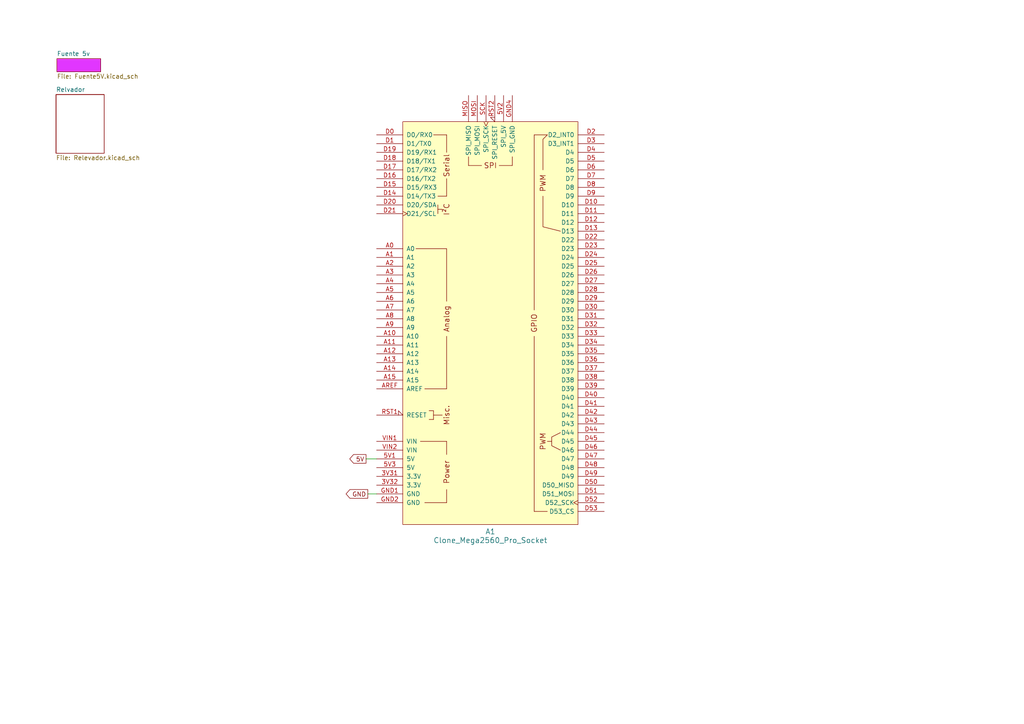
<source format=kicad_sch>
(kicad_sch (version 20230121) (generator eeschema)
  (paper "A4")
  (lib_symbols
    (symbol "arduino-library:Clone_Mega2560_Pro_Socket" (pin_names (offset 1.016))
      (property "Reference" "A" (at 0 -62.23 0))
      (property "Value" "Clone_Mega2560_Pro_Socket" (at 0 -66.04 0))
      (symbol "Clone_Mega2560_Pro_Socket_0_0"
        (rectangle (start -25.4 -58.42) (end 25.4 58.42) (fill (type background)))
        (rectangle (start -20.32 -34.29) (end -12.7 -34.29))
        (rectangle (start -19.05 -52.07) (end -12.7 -52.07))
        (rectangle (start -19.05 -19.05) (end -12.7 -19.05))
        (rectangle (start -17.78 -27.94) (end -16.51 -27.94))
        (rectangle (start -17.78 -25.4) (end -16.51 -25.4))
        (rectangle (start -16.51 -26.67) (end -13.97 -26.67))
        (rectangle (start -16.51 -25.4) (end -16.51 -27.94))
        (rectangle (start -16.51 54.61) (end -12.7 54.61))
        (rectangle (start -15.24 33.02) (end -13.97 33.02))
        (rectangle (start -15.24 34.29) (end -15.24 31.75))
        (rectangle (start -15.24 36.83) (end -12.7 36.83))
        (rectangle (start -12.7 -48.26) (end -12.7 -52.07))
        (rectangle (start -12.7 -34.29) (end -12.7 -38.1))
        (rectangle (start -12.7 41.91) (end -12.7 36.83))
        (rectangle (start -12.7 49.53) (end -12.7 54.61))
        (rectangle (start -6.35 48.26) (end -6.35 45.72))
        (rectangle (start -2.54 45.72) (end -6.35 45.72))
        (polyline (pts (xy -21.59 21.59) (xy -12.7 21.59)))
        (polyline (pts (xy -12.7 -19.05) (xy -12.7 -3.81)))
        (polyline (pts (xy -12.7 6.35) (xy -12.7 21.59)))
        (polyline (pts (xy 12.7 -54.61) (xy 16.51 -54.61)))
        (polyline (pts (xy 12.7 54.61) (xy 16.51 54.61)))
        (polyline (pts (xy 17.78 -34.29) (xy 16.51 -34.29)))
        (polyline (pts (xy 15.24 36.83) (xy 15.24 27.94) (xy 20.32 26.67)))
        (polyline (pts (xy 15.24 44.45) (xy 15.24 53.34) (xy 16.51 54.61)))
        (polyline (pts (xy 20.32 -31.75) (xy 17.78 -33.02) (xy 17.78 -35.56) (xy 20.32 -36.83)))
        (rectangle (start 6.35 45.72) (end 2.54 45.72))
        (rectangle (start 6.35 48.26) (end 6.35 45.72))
        (text "Analog" (at -12.7 1.27 900) (effects (font (size 1.524 1.524))))
        (text "I²C" (at -12.7 33.02 900) (effects (font (size 1.524 1.524))))
        (text "Misc." (at -12.7 -26.67 900) (effects (font (size 1.524 1.524))))
        (text "Power" (at -12.7 -43.18 900) (effects (font (size 1.524 1.524))))
        (text "PWM" (at 15.24 -34.29 900) (effects (font (size 1.524 1.524))))
        (text "PWM" (at 15.24 40.64 900) (effects (font (size 1.524 1.524))))
        (text "Serial" (at -12.7 45.72 900) (effects (font (size 1.524 1.524))))
        (text "SPI" (at 0 45.72 0) (effects (font (size 1.524 1.524))))
      )
      (symbol "Clone_Mega2560_Pro_Socket_1_0"
        (rectangle (start 12.7 -54.61) (end 12.7 -3.81))
        (rectangle (start 12.7 54.61) (end 12.7 3.81))
        (text "GPIO" (at 12.7 0 900) (effects (font (size 1.524 1.524))))
      )
      (symbol "Clone_Mega2560_Pro_Socket_1_1"
        (pin power_out line (at -33.02 -44.45 0) (length 7.62) (name "3.3V") (number "3V31"))
        (pin power_out line (at -33.02 -46.99 0) (length 7.62) (name "3.3V") (number "3V32"))
        (pin power_in line (at -33.02 -39.37 0) (length 7.62) (name "5V") (number "5V1"))
        (pin power_in line (at 3.81 66.04 270) (length 7.62) (name "SPI_5V") (number "5V2"))
        (pin power_in line (at -33.02 -41.91 0) (length 7.62) (name "5V") (number "5V3"))
        (pin bidirectional line (at -33.02 21.59 0) (length 7.62) (name "A0") (number "A0"))
        (pin bidirectional line (at -33.02 19.05 0) (length 7.62) (name "A1") (number "A1"))
        (pin bidirectional line (at -33.02 -3.81 0) (length 7.62) (name "A10") (number "A10"))
        (pin bidirectional line (at -33.02 -6.35 0) (length 7.62) (name "A11") (number "A11"))
        (pin bidirectional line (at -33.02 -8.89 0) (length 7.62) (name "A12") (number "A12"))
        (pin bidirectional line (at -33.02 -11.43 0) (length 7.62) (name "A13") (number "A13"))
        (pin bidirectional line (at -33.02 -13.97 0) (length 7.62) (name "A14") (number "A14"))
        (pin bidirectional line (at -33.02 -16.51 0) (length 7.62) (name "A15") (number "A15"))
        (pin bidirectional line (at -33.02 16.51 0) (length 7.62) (name "A2") (number "A2"))
        (pin bidirectional line (at -33.02 13.97 0) (length 7.62) (name "A3") (number "A3"))
        (pin bidirectional line (at -33.02 11.43 0) (length 7.62) (name "A4") (number "A4"))
        (pin bidirectional line (at -33.02 8.89 0) (length 7.62) (name "A5") (number "A5"))
        (pin bidirectional line (at -33.02 6.35 0) (length 7.62) (name "A6") (number "A6"))
        (pin bidirectional line (at -33.02 3.81 0) (length 7.62) (name "A7") (number "A7"))
        (pin bidirectional line (at -33.02 1.27 0) (length 7.62) (name "A8") (number "A8"))
        (pin bidirectional line (at -33.02 -1.27 0) (length 7.62) (name "A9") (number "A9"))
        (pin input line (at -33.02 -19.05 0) (length 7.62) (name "AREF") (number "AREF"))
        (pin bidirectional line (at -33.02 54.61 0) (length 7.62) (name "D0/RX0") (number "D0"))
        (pin bidirectional line (at -33.02 52.07 0) (length 7.62) (name "D1/TX0") (number "D1"))
        (pin bidirectional line (at 33.02 34.29 180) (length 7.62) (name "D10") (number "D10"))
        (pin bidirectional line (at 33.02 31.75 180) (length 7.62) (name "D11") (number "D11"))
        (pin bidirectional line (at 33.02 29.21 180) (length 7.62) (name "D12") (number "D12"))
        (pin bidirectional line (at 33.02 26.67 180) (length 7.62) (name "D13") (number "D13"))
        (pin bidirectional line (at -33.02 36.83 0) (length 7.62) (name "D14/TX3") (number "D14"))
        (pin bidirectional line (at -33.02 39.37 0) (length 7.62) (name "D15/RX3") (number "D15"))
        (pin bidirectional line (at -33.02 41.91 0) (length 7.62) (name "D16/TX2") (number "D16"))
        (pin bidirectional line (at -33.02 44.45 0) (length 7.62) (name "D17/RX2") (number "D17"))
        (pin bidirectional line (at -33.02 46.99 0) (length 7.62) (name "D18/TX1") (number "D18"))
        (pin bidirectional line (at -33.02 49.53 0) (length 7.62) (name "D19/RX1") (number "D19"))
        (pin bidirectional line (at 33.02 54.61 180) (length 7.62) (name "D2_INT0") (number "D2"))
        (pin bidirectional line (at -33.02 34.29 0) (length 7.62) (name "D20/SDA") (number "D20"))
        (pin bidirectional clock (at -33.02 31.75 0) (length 7.62) (name "D21/SCL") (number "D21"))
        (pin bidirectional line (at 33.02 24.13 180) (length 7.62) (name "D22") (number "D22"))
        (pin bidirectional line (at 33.02 21.59 180) (length 7.62) (name "D23") (number "D23"))
        (pin bidirectional line (at 33.02 19.05 180) (length 7.62) (name "D24") (number "D24"))
        (pin bidirectional line (at 33.02 16.51 180) (length 7.62) (name "D25") (number "D25"))
        (pin bidirectional line (at 33.02 13.97 180) (length 7.62) (name "D26") (number "D26"))
        (pin bidirectional line (at 33.02 11.43 180) (length 7.62) (name "D27") (number "D27"))
        (pin bidirectional line (at 33.02 8.89 180) (length 7.62) (name "D28") (number "D28"))
        (pin bidirectional line (at 33.02 6.35 180) (length 7.62) (name "D29") (number "D29"))
        (pin bidirectional line (at 33.02 52.07 180) (length 7.62) (name "D3_INT1") (number "D3"))
        (pin bidirectional line (at 33.02 3.81 180) (length 7.62) (name "D30") (number "D30"))
        (pin bidirectional line (at 33.02 1.27 180) (length 7.62) (name "D31") (number "D31"))
        (pin bidirectional line (at 33.02 -1.27 180) (length 7.62) (name "D32") (number "D32"))
        (pin bidirectional line (at 33.02 -3.81 180) (length 7.62) (name "D33") (number "D33"))
        (pin bidirectional line (at 33.02 -6.35 180) (length 7.62) (name "D34") (number "D34"))
        (pin bidirectional line (at 33.02 -8.89 180) (length 7.62) (name "D35") (number "D35"))
        (pin bidirectional line (at 33.02 -11.43 180) (length 7.62) (name "D36") (number "D36"))
        (pin bidirectional line (at 33.02 -13.97 180) (length 7.62) (name "D37") (number "D37"))
        (pin bidirectional line (at 33.02 -16.51 180) (length 7.62) (name "D38") (number "D38"))
        (pin bidirectional line (at 33.02 -19.05 180) (length 7.62) (name "D39") (number "D39"))
        (pin bidirectional line (at 33.02 49.53 180) (length 7.62) (name "D4") (number "D4"))
        (pin bidirectional line (at 33.02 -21.59 180) (length 7.62) (name "D40") (number "D40"))
        (pin bidirectional line (at 33.02 -24.13 180) (length 7.62) (name "D41") (number "D41"))
        (pin bidirectional line (at 33.02 -26.67 180) (length 7.62) (name "D42") (number "D42"))
        (pin bidirectional line (at 33.02 -29.21 180) (length 7.62) (name "D43") (number "D43"))
        (pin bidirectional line (at 33.02 -31.75 180) (length 7.62) (name "D44") (number "D44"))
        (pin bidirectional line (at 33.02 -34.29 180) (length 7.62) (name "D45") (number "D45"))
        (pin bidirectional line (at 33.02 -36.83 180) (length 7.62) (name "D46") (number "D46"))
        (pin bidirectional line (at 33.02 -39.37 180) (length 7.62) (name "D47") (number "D47"))
        (pin bidirectional line (at 33.02 -41.91 180) (length 7.62) (name "D48") (number "D48"))
        (pin bidirectional line (at 33.02 -44.45 180) (length 7.62) (name "D49") (number "D49"))
        (pin bidirectional line (at 33.02 46.99 180) (length 7.62) (name "D5") (number "D5"))
        (pin bidirectional line (at 33.02 -46.99 180) (length 7.62) (name "D50_MISO") (number "D50"))
        (pin bidirectional line (at 33.02 -49.53 180) (length 7.62) (name "D51_MOSI") (number "D51"))
        (pin bidirectional clock (at 33.02 -52.07 180) (length 7.62) (name "D52_SCK") (number "D52"))
        (pin bidirectional line (at 33.02 -54.61 180) (length 7.62) (name "D53_CS") (number "D53"))
        (pin bidirectional line (at 33.02 44.45 180) (length 7.62) (name "D6") (number "D6"))
        (pin bidirectional line (at 33.02 41.91 180) (length 7.62) (name "D7") (number "D7"))
        (pin bidirectional line (at 33.02 39.37 180) (length 7.62) (name "D8") (number "D8"))
        (pin bidirectional line (at 33.02 36.83 180) (length 7.62) (name "D9") (number "D9"))
        (pin power_in line (at -33.02 -49.53 0) (length 7.62) (name "GND") (number "GND1"))
        (pin power_in line (at -33.02 -52.07 0) (length 7.62) (name "GND") (number "GND2"))
        (pin power_in line (at 6.35 66.04 270) (length 7.62) (name "SPI_GND") (number "GND4"))
        (pin input line (at -6.35 66.04 270) (length 7.62) (name "SPI_MISO") (number "MISO"))
        (pin output line (at -3.81 66.04 270) (length 7.62) (name "SPI_MOSI") (number "MOSI"))
        (pin open_collector input_low (at -33.02 -26.67 0) (length 7.62) (name "RESET") (number "RST1"))
        (pin open_collector input_low (at 1.27 66.04 270) (length 7.62) (name "SPI_RESET") (number "RST2"))
        (pin output clock (at -1.27 66.04 270) (length 7.62) (name "SPI_SCK") (number "SCK"))
        (pin power_in line (at -33.02 -34.29 0) (length 7.62) (name "VIN") (number "VIN1"))
        (pin power_in line (at -33.02 -36.83 0) (length 7.62) (name "VIN") (number "VIN2"))
      )
    )
  )
  (wire (pts (xy 106.172 133.096) (xy 109.22 133.096)))
  (wire (pts (xy 106.68 143.256) (xy 109.22 143.256)))
  (global_label "5V" (shape output) (at 106.172 133.096 180) (property "Intersheetrefs" "${INTERSHEET_REFS}" (effects hide)))
  (global_label "GND" (shape output) (at 106.68 143.256 180) (property "Intersheetrefs" "${INTERSHEET_REFS}" (effects hide)))
  (symbol (lib_id "arduino-library:Clone_Mega2560_Pro_Socket") (at 142.24 93.726 0) (unit 1)
    (property "Reference" "A1" (at 142.24 154.178 0) (effects (font (size 1.524 1.524))))
    (property "Value" "Clone_Mega2560_Pro_Socket" (at 142.24 156.718 0) (effects (font (size 1.524 1.524))))
    (property "Footprint" "PCM_arduino-library:Clone_Mega2560_Pro_Socket" (effects hide))
    (property "Datasheet" "https://www.pcboard.ca/mega-2560-pro" (effects hide))
  )
  (sheet (at 16.256 27.432) (size 13.97 17.018) (stroke (width 0.1524))
    (property "Sheetname" "Relvador" (at 16.256 26.7204 0) (effects (justify left bottom)))
    (property "Sheetfile" "Relevador.kicad_sch" (at 16.256 45.0346 0) (effects (justify left top)))
  )
  (sheet (at 16.51 17.018) (size 12.7 3.81) (stroke (width 0.1524)) (fill (color 225 54 255 1.0000))
    (property "Sheetname" "Fuente 5v" (at 16.51 16.3064 0) (effects (justify left bottom)))
    (property "Sheetfile" "Fuente5V.kicad_sch" (at 16.51 21.4126 0) (effects (justify left top)))
  )
)
</source>
